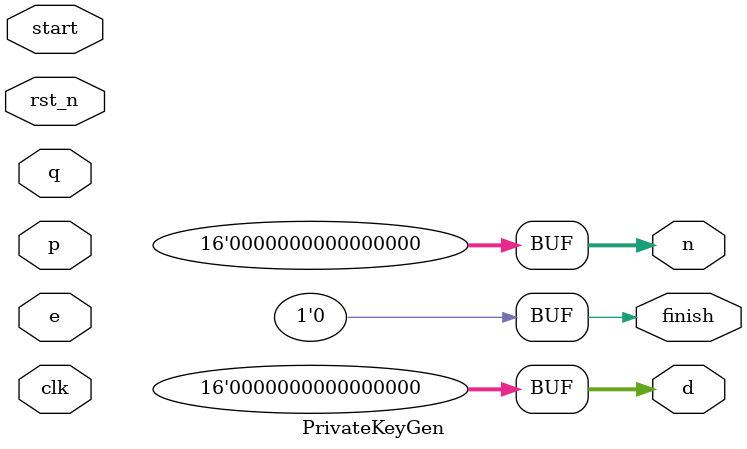
<source format=v>
module PrivateKeyGen #(parameter WIDTH = 8)(
    // input
    input                clk,
    input                rst_n,
    input                start,
    input  [  WIDTH-1:0] p, // prime number 1
    input  [  WIDTH-1:0] q, // prime number 2
    input  [  WIDTH-1:0] e, // public key
    // output
    output [2*WIDTH-1:0] d, // private key (d = e^-1 mod (p-1)*(q-1))
    output [2*WIDTH-1:0] n, // modulus (p*q)
    output               finish
);

// tmp
assign d = 0;
assign n = 0;
assign finish = 0;

endmodule
</source>
